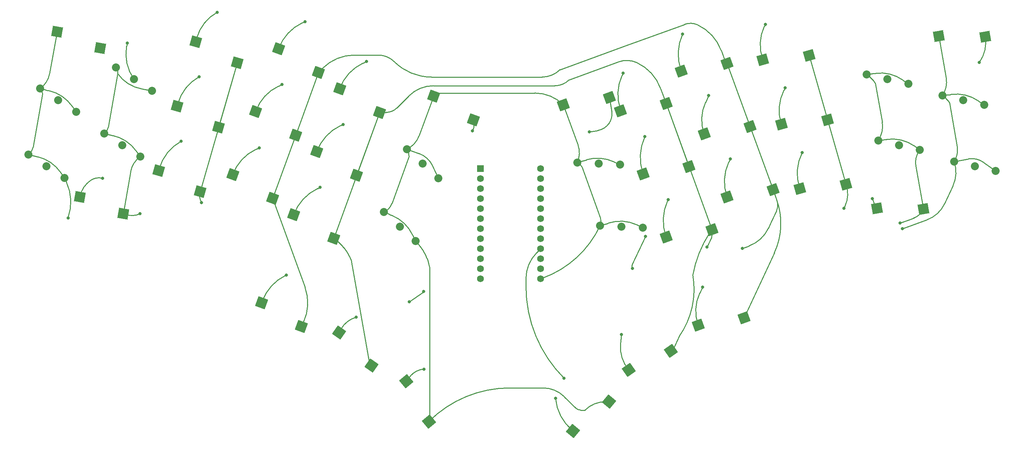
<source format=gbr>
%TF.GenerationSoftware,KiCad,Pcbnew,9.0.2*%
%TF.CreationDate,2025-06-13T21:11:18+02:00*%
%TF.ProjectId,quacken_pcb,71756163-6b65-46e5-9f70-63622e6b6963,v1.0.0*%
%TF.SameCoordinates,Original*%
%TF.FileFunction,Copper,L2,Bot*%
%TF.FilePolarity,Positive*%
%FSLAX46Y46*%
G04 Gerber Fmt 4.6, Leading zero omitted, Abs format (unit mm)*
G04 Created by KiCad (PCBNEW 9.0.2) date 2025-06-13 21:11:18*
%MOMM*%
%LPD*%
G01*
G04 APERTURE LIST*
G04 Aperture macros list*
%AMRotRect*
0 Rectangle, with rotation*
0 The origin of the aperture is its center*
0 $1 length*
0 $2 width*
0 $3 Rotation angle, in degrees counterclockwise*
0 Add horizontal line*
21,1,$1,$2,0,0,$3*%
G04 Aperture macros list end*
%TA.AperFunction,SMDPad,CuDef*%
%ADD10RotRect,2.600000X2.600000X200.000000*%
%TD*%
%TA.AperFunction,ComponentPad*%
%ADD11C,2.032000*%
%TD*%
%TA.AperFunction,SMDPad,CuDef*%
%ADD12RotRect,2.600000X2.600000X160.000000*%
%TD*%
%TA.AperFunction,SMDPad,CuDef*%
%ADD13RotRect,2.600000X2.600000X145.000000*%
%TD*%
%TA.AperFunction,SMDPad,CuDef*%
%ADD14RotRect,2.600000X2.600000X164.000000*%
%TD*%
%TA.AperFunction,SMDPad,CuDef*%
%ADD15RotRect,2.600000X2.600000X350.000000*%
%TD*%
%TA.AperFunction,ComponentPad*%
%ADD16R,1.752600X1.752600*%
%TD*%
%TA.AperFunction,ComponentPad*%
%ADD17C,1.752600*%
%TD*%
%TA.AperFunction,SMDPad,CuDef*%
%ADD18RotRect,2.600000X2.600000X230.000000*%
%TD*%
%TA.AperFunction,SMDPad,CuDef*%
%ADD19RotRect,2.600000X2.600000X190.000000*%
%TD*%
%TA.AperFunction,SMDPad,CuDef*%
%ADD20RotRect,2.600000X2.600000X170.000000*%
%TD*%
%TA.AperFunction,SMDPad,CuDef*%
%ADD21RotRect,2.600000X2.600000X20.000000*%
%TD*%
%TA.AperFunction,SMDPad,CuDef*%
%ADD22RotRect,2.600000X2.600000X130.000000*%
%TD*%
%TA.AperFunction,SMDPad,CuDef*%
%ADD23RotRect,2.600000X2.600000X215.000000*%
%TD*%
%TA.AperFunction,SMDPad,CuDef*%
%ADD24RotRect,2.600000X2.600000X196.000000*%
%TD*%
%TA.AperFunction,SMDPad,CuDef*%
%ADD25RotRect,2.600000X2.600000X10.000000*%
%TD*%
%TA.AperFunction,SMDPad,CuDef*%
%ADD26RotRect,2.600000X2.600000X340.000000*%
%TD*%
%TA.AperFunction,ViaPad*%
%ADD27C,0.800000*%
%TD*%
%TA.AperFunction,Conductor*%
%ADD28C,0.250000*%
%TD*%
G04 APERTURE END LIST*
D10*
%TO.P,S20,1*%
%TO.N,P7*%
X252677309Y-100588408D03*
%TO.P,S20,2*%
%TO.N,mirror_middle_top*%
X241071414Y-102471419D03*
%TD*%
%TO.P,S23,1*%
%TO.N,P8*%
X237216429Y-110738459D03*
%TO.P,S23,2*%
%TO.N,mirror_index_top*%
X225610534Y-112621470D03*
%TD*%
D11*
%TO.P,S27,1*%
%TO.N,P16*%
X94842790Y-118343623D03*
%TO.P,S27,2*%
%TO.N,pinky_home*%
X99402171Y-121279962D03*
%TO.P,S27,3*%
%TO.N,P16*%
X103961547Y-124216299D03*
%TD*%
D12*
%TO.P,S9,1*%
%TO.N,P8*%
X158789401Y-128953464D03*
%TO.P,S9,2*%
%TO.N,index_home*%
X148688396Y-122935808D03*
%TD*%
D13*
%TO.P,S12,1*%
%TO.N,P8*%
X162551742Y-177214653D03*
%TO.P,S12,2*%
%TO.N,comfy_default*%
X154352402Y-168787714D03*
%TD*%
D14*
%TO.P,S3,1*%
%TO.N,P14*%
X123821330Y-116690767D03*
%TO.P,S3,2*%
%TO.N,ring_home*%
X113325159Y-111392382D03*
%TD*%
D11*
%TO.P,S28,1*%
%TO.N,P16*%
X97794795Y-101601890D03*
%TO.P,S28,2*%
%TO.N,pinky_top*%
X102354176Y-104538229D03*
%TO.P,S28,3*%
%TO.N,P16*%
X106913552Y-107474566D03*
%TD*%
%TO.P,S37,1*%
%TO.N,P9*%
X231350707Y-142207455D03*
%TO.P,S37,2*%
%TO.N,mirror_inner_bottom*%
X225934003Y-141944201D03*
%TO.P,S37,3*%
%TO.N,P9*%
X220517295Y-141680950D03*
%TD*%
D15*
%TO.P,S39,1*%
%TO.N,P10*%
X82869727Y-92522249D03*
%TO.P,S39,2*%
%TO.N,outer_top*%
X93862228Y-96694462D03*
%TD*%
D16*
%TO.P,MCU1,1*%
%TO.N,RAW*%
X190212593Y-127246948D03*
D17*
%TO.P,MCU1,2*%
%TO.N,GND*%
X190212592Y-129786947D03*
%TO.P,MCU1,3*%
%TO.N,RST*%
X190212591Y-132326949D03*
%TO.P,MCU1,4*%
%TO.N,VCC*%
X190212591Y-134866948D03*
%TO.P,MCU1,5*%
%TO.N,P21*%
X190212589Y-137406947D03*
%TO.P,MCU1,6*%
%TO.N,P20*%
X190212594Y-139946948D03*
%TO.P,MCU1,7*%
%TO.N,P19*%
X190212594Y-142486947D03*
%TO.P,MCU1,8*%
%TO.N,P18*%
X190212591Y-145026950D03*
%TO.P,MCU1,9*%
%TO.N,P15*%
X190212592Y-147566950D03*
%TO.P,MCU1,10*%
%TO.N,P14*%
X190212591Y-150106948D03*
%TO.P,MCU1,11*%
%TO.N,P16*%
X190212591Y-152646949D03*
%TO.P,MCU1,12*%
%TO.N,P10*%
X190212591Y-155186949D03*
%TO.P,MCU1,13*%
%TO.N,P1*%
X205452593Y-127246947D03*
%TO.P,MCU1,14*%
%TO.N,P0*%
X205452593Y-129786947D03*
%TO.P,MCU1,15*%
%TO.N,GND*%
X205452593Y-132326948D03*
%TO.P,MCU1,16*%
X205452592Y-134866946D03*
%TO.P,MCU1,17*%
%TO.N,P2*%
X205452593Y-137406946D03*
%TO.P,MCU1,18*%
%TO.N,P3*%
X205452590Y-139946949D03*
%TO.P,MCU1,19*%
%TO.N,P4*%
X205452590Y-142486948D03*
%TO.P,MCU1,20*%
%TO.N,P5*%
X205452595Y-145026949D03*
%TO.P,MCU1,21*%
%TO.N,P6*%
X205452593Y-147566948D03*
%TO.P,MCU1,22*%
%TO.N,P7*%
X205452593Y-150106947D03*
%TO.P,MCU1,23*%
%TO.N,P8*%
X205452592Y-152646949D03*
%TO.P,MCU1,24*%
%TO.N,P9*%
X205452591Y-155186948D03*
%TD*%
D18*
%TO.P,S26,1*%
%TO.N,P9*%
X222778588Y-186366139D03*
%TO.P,S26,2*%
%TO.N,mirror_reachy_default*%
X213669092Y-193799821D03*
%TD*%
D12*
%TO.P,S7,1*%
%TO.N,P7*%
X149142870Y-102828628D03*
%TO.P,S7,2*%
%TO.N,middle_top*%
X139041865Y-96810972D03*
%TD*%
D11*
%TO.P,S30,1*%
%TO.N,P16*%
X288022306Y-103338371D03*
%TO.P,S30,2*%
%TO.N,mirror_pinky_top*%
X293311006Y-104538226D03*
%TO.P,S30,3*%
%TO.N,P16*%
X298599707Y-105738081D03*
%TD*%
D12*
%TO.P,S8,1*%
%TO.N,P8*%
X152975064Y-144928238D03*
%TO.P,S8,2*%
%TO.N,index_bottom*%
X142874059Y-138910582D03*
%TD*%
D10*
%TO.P,S22,1*%
%TO.N,P8*%
X243030764Y-126713230D03*
%TO.P,S22,2*%
%TO.N,mirror_index_home*%
X231424869Y-128596241D03*
%TD*%
D12*
%TO.P,S10,1*%
%TO.N,P8*%
X164603753Y-112978688D03*
%TO.P,S10,2*%
%TO.N,index_top*%
X154502748Y-106961032D03*
%TD*%
%TO.P,S11,1*%
%TO.N,P7*%
X144834993Y-167292913D03*
%TO.P,S11,2*%
%TO.N,tucky_default*%
X134733988Y-161275257D03*
%TD*%
D19*
%TO.P,S14,1*%
%TO.N,P16*%
X302448976Y-137502239D03*
%TO.P,S14,2*%
%TO.N,mirror_pinky_bottom*%
X290692417Y-137341300D03*
%TD*%
D11*
%TO.P,S32,1*%
%TO.N,P10*%
X87693654Y-112818248D03*
%TO.P,S32,2*%
%TO.N,outer_home*%
X83134273Y-109881909D03*
%TO.P,S32,3*%
%TO.N,P10*%
X78574897Y-106945572D03*
%TD*%
%TO.P,S33,1*%
%TO.N,P9*%
X173711409Y-145627670D03*
%TO.P,S33,2*%
%TO.N,inner_bottom*%
X169731187Y-141944212D03*
%TO.P,S33,3*%
%TO.N,P9*%
X165750967Y-138260760D03*
%TD*%
%TO.P,S35,1*%
%TO.N,P10*%
X320771642Y-127823503D03*
%TO.P,S35,2*%
%TO.N,mirror_outer_bottom*%
X315482942Y-126623648D03*
%TO.P,S35,3*%
%TO.N,P10*%
X310194241Y-125423793D03*
%TD*%
D20*
%TO.P,S1,1*%
%TO.N,P16*%
X99666712Y-138639635D03*
%TO.P,S1,2*%
%TO.N,pinky_bottom*%
X88674211Y-134467422D03*
%TD*%
D10*
%TO.P,S21,1*%
%TO.N,P8*%
X248845109Y-142688009D03*
%TO.P,S21,2*%
%TO.N,mirror_index_bottom*%
X237239214Y-144571020D03*
%TD*%
%TO.P,S18,1*%
%TO.N,P7*%
X264305994Y-132537955D03*
%TO.P,S18,2*%
%TO.N,mirror_middle_bottom*%
X252700099Y-134420966D03*
%TD*%
D11*
%TO.P,S34,1*%
%TO.N,P9*%
X179525749Y-129652888D03*
%TO.P,S34,2*%
%TO.N,inner_home*%
X175545527Y-125969430D03*
%TO.P,S34,3*%
%TO.N,P9*%
X171565307Y-122285978D03*
%TD*%
D10*
%TO.P,S24,1*%
%TO.N,P7*%
X256985193Y-165052689D03*
%TO.P,S24,2*%
%TO.N,mirror_tucky_default*%
X245379298Y-166935700D03*
%TD*%
D21*
%TO.P,S42,1*%
%TO.N,P9*%
X211210729Y-111067790D03*
%TO.P,S42,2*%
%TO.N,mirror_inner_top*%
X222816624Y-109184779D03*
%TD*%
D11*
%TO.P,S38,1*%
%TO.N,P9*%
X225536369Y-126232681D03*
%TO.P,S38,2*%
%TO.N,mirror_inner_home*%
X220119665Y-125969427D03*
%TO.P,S38,3*%
%TO.N,P9*%
X214702957Y-125706176D03*
%TD*%
D22*
%TO.P,S13,1*%
%TO.N,P9*%
X177096863Y-191383739D03*
%TO.P,S13,2*%
%TO.N,reachy_default*%
X171357966Y-181121789D03*
%TD*%
D14*
%TO.P,S4,1*%
%TO.N,P14*%
X128507178Y-100349329D03*
%TO.P,S4,2*%
%TO.N,ring_top*%
X118011007Y-95050944D03*
%TD*%
D23*
%TO.P,S25,1*%
%TO.N,P8*%
X238478895Y-173457721D03*
%TO.P,S25,2*%
%TO.N,mirror_comfy_default*%
X227755820Y-178280394D03*
%TD*%
D24*
%TO.P,S17,1*%
%TO.N,P14*%
X273454286Y-98543891D03*
%TO.P,S17,2*%
%TO.N,mirror_ring_top*%
X261745308Y-99612726D03*
%TD*%
D12*
%TO.P,S6,1*%
%TO.N,P7*%
X143328527Y-118803407D03*
%TO.P,S6,2*%
%TO.N,middle_home*%
X133227522Y-112785751D03*
%TD*%
D11*
%TO.P,S36,1*%
%TO.N,P10*%
X317819616Y-111081760D03*
%TO.P,S36,2*%
%TO.N,mirror_outer_home*%
X312530916Y-109881905D03*
%TO.P,S36,3*%
%TO.N,P10*%
X307242215Y-108682050D03*
%TD*%
%TO.P,S29,1*%
%TO.N,P16*%
X290974329Y-120080106D03*
%TO.P,S29,2*%
%TO.N,mirror_pinky_home*%
X296263029Y-121279961D03*
%TO.P,S29,3*%
%TO.N,P16*%
X301551730Y-122479816D03*
%TD*%
%TO.P,S31,1*%
%TO.N,P10*%
X84741630Y-129559977D03*
%TO.P,S31,2*%
%TO.N,outer_bottom*%
X80182249Y-126623638D03*
%TO.P,S31,3*%
%TO.N,P10*%
X75622873Y-123687301D03*
%TD*%
D24*
%TO.P,S15,1*%
%TO.N,P14*%
X282825960Y-131226789D03*
%TO.P,S15,2*%
%TO.N,mirror_ring_bottom*%
X271116982Y-132295624D03*
%TD*%
D12*
%TO.P,S5,1*%
%TO.N,P7*%
X137514189Y-134778182D03*
%TO.P,S5,2*%
%TO.N,middle_bottom*%
X127413184Y-128760526D03*
%TD*%
D24*
%TO.P,S16,1*%
%TO.N,P14*%
X278140117Y-114885345D03*
%TO.P,S16,2*%
%TO.N,mirror_ring_home*%
X266431139Y-115954180D03*
%TD*%
D25*
%TO.P,S41,1*%
%TO.N,P10*%
X306344972Y-93659638D03*
%TO.P,S41,2*%
%TO.N,mirror_outer_top*%
X318101531Y-93820577D03*
%TD*%
D26*
%TO.P,S40,1*%
%TO.N,P9*%
X178299481Y-108827557D03*
%TO.P,S40,2*%
%TO.N,inner_top*%
X188400486Y-114845213D03*
%TD*%
D10*
%TO.P,S19,1*%
%TO.N,P7*%
X258491653Y-116563168D03*
%TO.P,S19,2*%
%TO.N,mirror_middle_home*%
X246885758Y-118446179D03*
%TD*%
D14*
%TO.P,S2,1*%
%TO.N,P14*%
X119135501Y-133032220D03*
%TO.P,S2,2*%
%TO.N,ring_bottom*%
X108639330Y-127733835D03*
%TD*%
D27*
%TO.N,P15*%
X172167494Y-161037238D03*
X175797507Y-158417789D03*
%TO.N,P14*%
X282297825Y-137323248D03*
X119497074Y-135873400D03*
%TO.N,P16*%
X103912764Y-138693313D03*
X296476988Y-141048338D03*
%TO.N,P10*%
X85656544Y-139731953D03*
X297127178Y-142487123D03*
%TO.N,P5*%
X228675348Y-152545980D03*
X231974194Y-144415671D03*
%TO.N,P6*%
X211360976Y-180376806D03*
%TO.N,P7*%
X256592320Y-147449749D03*
%TO.N,P8*%
X247586764Y-147163382D03*
%TO.N,pinky_bottom*%
X94419698Y-129675712D03*
%TO.N,ring_bottom*%
X114301173Y-120316294D03*
%TO.N,ring_home*%
X118890888Y-103947282D03*
%TO.N,ring_top*%
X123480595Y-87578266D03*
%TO.N,middle_bottom*%
X134157408Y-121940831D03*
%TO.N,middle_home*%
X139877779Y-105931854D03*
%TO.N,middle_top*%
X145692124Y-89957076D03*
%TO.N,index_bottom*%
X149541427Y-132009692D03*
%TO.N,index_home*%
X155355767Y-116034919D03*
%TO.N,index_top*%
X161264066Y-100094345D03*
%TO.N,tucky_default*%
X140951509Y-154251771D03*
%TO.N,comfy_default*%
X158711782Y-164929608D03*
%TO.N,reachy_default*%
X175826559Y-178076625D03*
%TO.N,mirror_pinky_bottom*%
X289509591Y-134808208D03*
%TO.N,mirror_ring_bottom*%
X271721988Y-123191907D03*
%TO.N,mirror_ring_home*%
X267419754Y-106714928D03*
%TO.N,mirror_ring_top*%
X262360613Y-90625958D03*
%TO.N,mirror_middle_bottom*%
X253481080Y-124800237D03*
%TO.N,mirror_middle_home*%
X248034087Y-108716941D03*
%TO.N,mirror_middle_top*%
X241438118Y-93079872D03*
%TO.N,mirror_index_bottom*%
X237757956Y-135077674D03*
%TO.N,mirror_index_home*%
X231868441Y-119123504D03*
%TO.N,mirror_index_top*%
X226336008Y-103046133D03*
%TO.N,mirror_tucky_default*%
X246464780Y-157298099D03*
%TO.N,mirror_comfy_default*%
X225875887Y-169288604D03*
%TO.N,mirror_reachy_default*%
X209210225Y-185461266D03*
%TO.N,pinky_top*%
X100656344Y-95364742D03*
%TO.N,outer_top*%
X93862227Y-96694453D03*
%TO.N,inner_top*%
X188158308Y-117630350D03*
%TO.N,mirror_outer_top*%
X316607858Y-100313184D03*
%TO.N,mirror_inner_top*%
X217796976Y-117933310D03*
%TD*%
D28*
%TO.N,P15*%
X172167494Y-161037238D02*
X175708153Y-158558044D01*
%TO.N,P14*%
X128507177Y-100349328D02*
X119135502Y-133032215D01*
X282586841Y-136703449D02*
X282297825Y-137323248D01*
X273454283Y-98543898D02*
X278140124Y-114885347D01*
X273454283Y-98543898D02*
X282825951Y-131226800D01*
X119235010Y-135311408D02*
X119497074Y-135873400D01*
X128507177Y-100349328D02*
X123821340Y-116690765D01*
X282825957Y-131226788D02*
G75*
G02*
X282586854Y-136703455I-6730457J-2449712D01*
G01*
X119135502Y-133032223D02*
G75*
G03*
X119235008Y-135311409I2800998J-1019477D01*
G01*
%TO.N,P16*%
X300172013Y-121513731D02*
X301551736Y-122479819D01*
X95203413Y-118409602D02*
X95917830Y-118574542D01*
X288933747Y-104062288D02*
X289151384Y-104268315D01*
X289111500Y-103187690D02*
X289842926Y-103136540D01*
X289349980Y-104470077D02*
X289553577Y-104691642D01*
X102995445Y-122836563D02*
X103961545Y-124216295D01*
X292063519Y-119929423D02*
X292794941Y-119878277D01*
X290092632Y-105368229D02*
X290265112Y-105619004D01*
X98151181Y-102303597D02*
X98191623Y-102443707D01*
X96622637Y-118776636D02*
X96940384Y-118835350D01*
X289925499Y-105142494D02*
X290092632Y-105368229D01*
X289151384Y-104268315D02*
X289349980Y-104470077D01*
X292794941Y-119878277D02*
X293113602Y-119824767D01*
X98249781Y-102750429D02*
X98264861Y-102927591D01*
X98191623Y-102443707D02*
X98228471Y-102609974D01*
X291335771Y-120018778D02*
X292063519Y-119929423D01*
X300523405Y-126581810D02*
X302448982Y-137502240D01*
X98266476Y-103061112D02*
X98261541Y-103161232D01*
X98264861Y-102927591D02*
X98266476Y-103061112D01*
X299112603Y-140089055D02*
X299135154Y-140099573D01*
X289553577Y-104691642D02*
X289736974Y-104906057D01*
X98228471Y-102609974D02*
X98249781Y-102750429D01*
X288721058Y-103874326D02*
X288933747Y-104062288D01*
X98261541Y-103161232D02*
X95868328Y-116733845D01*
X95917830Y-118574542D02*
X96622637Y-118776636D01*
X288383755Y-103277043D02*
X289111500Y-103187690D01*
X297219990Y-104771998D02*
X298599709Y-105738082D01*
X296476988Y-141048338D02*
X299112603Y-140089055D01*
X290265112Y-105619004D02*
X291999557Y-115455561D01*
X289736974Y-104906057D02*
X289925499Y-105142494D01*
X299135154Y-140099573D02*
X300271153Y-139686101D01*
X289842926Y-103136540D02*
X290161579Y-103083037D01*
X99666710Y-138639631D02*
X101539581Y-128018009D01*
X104312098Y-107015858D02*
X106913550Y-107474569D01*
X101539581Y-128018009D02*
G75*
G02*
X103961522Y-124216263I5800119J-1022691D01*
G01*
X290468509Y-103041508D02*
G75*
G02*
X297219973Y-104772022I1090991J-9778992D01*
G01*
X96940384Y-118835350D02*
G75*
G02*
X102995461Y-122836552I-2024584J-9646050D01*
G01*
X95868328Y-116733845D02*
G75*
G02*
X94842783Y-118343621I-2455928J433045D01*
G01*
X301376308Y-122734667D02*
G75*
G03*
X300523398Y-126581811I4217492J-2953133D01*
G01*
X293113602Y-119824767D02*
G75*
G02*
X300172032Y-121513704I1396598J-9757133D01*
G01*
X291999557Y-115455561D02*
G75*
G02*
X290974344Y-120080125I-6094957J-1074739D01*
G01*
X98261541Y-103161232D02*
G75*
G03*
X104312100Y-107015849I7678259J5376432D01*
G01*
X302354001Y-137699750D02*
G75*
G02*
X299930326Y-139810143I-3933901J2070950D01*
G01*
X100253175Y-138853090D02*
G75*
G03*
X103912762Y-138693308I1636925J4497290D01*
G01*
X290468509Y-103041508D02*
X290161579Y-103083037D01*
%TO.N,P10*%
X307851208Y-109153261D02*
X308034669Y-109319005D01*
X309062839Y-108480219D02*
X309381501Y-108426710D01*
X317600770Y-125603237D02*
X320771638Y-127823504D01*
X79150732Y-108142508D02*
X79200404Y-108340972D01*
X83775527Y-128180240D02*
X84741632Y-129559978D01*
X75983496Y-123753288D02*
X76697914Y-123918224D01*
X297127178Y-142487123D02*
X303373605Y-140213610D01*
X79097806Y-107968643D02*
X79150732Y-108142508D01*
X84741630Y-129559981D02*
X85261058Y-130673889D01*
X307804781Y-136153188D02*
X309924231Y-131608010D01*
X86727554Y-111438508D02*
X87693651Y-112818244D01*
X307603665Y-108620714D02*
X308331411Y-108531363D01*
X79200404Y-108340972D02*
X76827975Y-121795661D01*
X309020513Y-110482563D02*
X311007905Y-121753603D01*
X78957960Y-107609877D02*
X79028954Y-107778934D01*
X308392605Y-109681061D02*
X308567165Y-109879279D01*
X78935522Y-107011550D02*
X79649944Y-107176496D01*
X308222892Y-109502380D02*
X308392605Y-109681061D01*
X80354749Y-107378591D02*
X80672492Y-107437297D01*
X308034669Y-109319005D02*
X308222892Y-109502380D01*
X306344976Y-93659636D02*
X308217857Y-104281256D01*
X82869731Y-92522246D02*
X80996849Y-103143874D01*
X308567165Y-109879279D02*
X308721997Y-110069593D01*
X308881788Y-110282075D02*
X309020513Y-110482563D01*
X308721997Y-110069593D02*
X308881788Y-110282075D01*
X76697914Y-123918224D02*
X77402727Y-124120316D01*
X316439896Y-110115670D02*
X317819621Y-111081766D01*
X308331411Y-108531363D02*
X309062839Y-108480219D01*
X79649944Y-107176496D02*
X80354749Y-107378591D01*
X310194243Y-125423783D02*
X313868778Y-124775861D01*
X79028954Y-107778934D02*
X79097806Y-107968643D01*
X77402727Y-124120316D02*
X77720471Y-124179035D01*
X78023092Y-124244975D02*
X77720471Y-124179035D01*
X78023092Y-124244975D02*
G75*
G02*
X83775534Y-128180235I-2319192J-9562125D01*
G01*
X85261058Y-130673889D02*
G75*
G02*
X85656545Y-139731953I-10736408J-5006431D01*
G01*
X80975105Y-107503255D02*
G75*
G02*
X86727549Y-111438512I-2319405J-9562445D01*
G01*
X313868778Y-124775861D02*
G75*
G02*
X317600755Y-125603258I867222J-4918639D01*
G01*
X311007905Y-121753603D02*
G75*
G02*
X310194230Y-125423774I-4837105J-852897D01*
G01*
X303373605Y-140213610D02*
G75*
G03*
X307804811Y-136153202I-2685805J7379210D01*
G01*
X80996849Y-103143874D02*
G75*
G02*
X78574887Y-106945563I-5799949J1022674D01*
G01*
X309381501Y-108426710D02*
G75*
G02*
X316439905Y-110115658I1396599J-9756990D01*
G01*
X309924231Y-131608010D02*
G75*
G03*
X310194219Y-125423801I-7330031J3418010D01*
G01*
X80975105Y-107503255D02*
X80672492Y-107437297D01*
X308217857Y-104281256D02*
G75*
G02*
X307242236Y-108682060I-5799957J-1022744D01*
G01*
X76827975Y-121795661D02*
G75*
G02*
X75622850Y-123687277I-2885875J508861D01*
G01*
%TO.N,P5*%
X231974194Y-144415671D02*
X228726220Y-151380987D01*
X228726220Y-151380987D02*
G75*
G03*
X228675343Y-152545982I1380880J-643913D01*
G01*
%TO.N,P6*%
X201720977Y-157103788D02*
X201720976Y-155146805D01*
X204442095Y-148577444D02*
X205452593Y-147566947D01*
X201720976Y-155146805D02*
G75*
G02*
X204442083Y-148577432I9290524J5D01*
G01*
X211360976Y-180376806D02*
G75*
G02*
X201720987Y-157103788I23273024J23273006D01*
G01*
%TO.N,P7*%
X177717187Y-104011984D02*
X205825537Y-104011983D01*
X158258764Y-98439743D02*
X164264602Y-98439741D01*
X252677307Y-100588400D02*
X264305994Y-132537949D01*
X264305994Y-132537955D02*
X265306980Y-135288139D01*
X137514184Y-134778168D02*
X145711357Y-157299717D01*
X258259796Y-146842838D02*
X256592320Y-147449749D01*
X143328530Y-118803405D02*
X137514184Y-134778180D01*
X265189169Y-137986440D02*
X263952301Y-140638914D01*
X149142873Y-102828623D02*
X150189265Y-101782237D01*
X263952301Y-140638914D02*
X263267628Y-142107194D01*
X252677307Y-100588400D02*
X258491641Y-116563172D01*
X252328452Y-100423122D02*
X251191490Y-97299352D01*
X149142871Y-102828633D02*
X143328530Y-118803405D01*
X263267628Y-142107194D02*
X263148096Y-142363537D01*
X241952180Y-90635195D02*
X226952587Y-96094597D01*
X226952587Y-96094597D02*
X210358766Y-102134257D01*
X264658931Y-148596300D02*
X256985191Y-165052687D01*
X245215481Y-90777672D02*
G75*
G03*
X241952168Y-90635163I-1803681J-3867928D01*
G01*
X164264602Y-98439741D02*
G75*
G02*
X168368764Y-100139744I-2J-5804159D01*
G01*
X145711357Y-157299717D02*
G75*
G02*
X145320500Y-166251731I-11001417J-4004203D01*
G01*
X263148096Y-142363537D02*
G75*
G02*
X258259789Y-146842818I-7851096J3661037D01*
G01*
X265306980Y-135288139D02*
G75*
G02*
X265189185Y-137986447I-3316080J-1206961D01*
G01*
X251191490Y-97299352D02*
G75*
G03*
X245215484Y-90777666I-10860390J-3952848D01*
G01*
X168368766Y-100139742D02*
G75*
G03*
X177717187Y-104011988I9348434J9348442D01*
G01*
X150189265Y-101782237D02*
G75*
G02*
X158258764Y-98439776I8069435J-8069463D01*
G01*
X205825537Y-104011983D02*
G75*
G03*
X210358754Y-102134245I-37J6410983D01*
G01*
X265247147Y-135123773D02*
G75*
G02*
X264658932Y-148596300I-16556847J-6026227D01*
G01*
%TO.N,P8*%
X157174718Y-149917059D02*
X157306676Y-150223512D01*
X155087968Y-146768038D02*
X155331149Y-147041353D01*
X157398805Y-150456240D02*
X161950670Y-176271174D01*
X156193025Y-148164943D02*
X156376745Y-148444225D01*
X154596818Y-146261703D02*
X154853942Y-146519477D01*
X225160775Y-100172218D02*
X212677511Y-104715756D01*
X156376745Y-148444225D02*
X156574289Y-148764328D01*
X209026869Y-106227898D02*
X178235604Y-106227902D01*
X154348188Y-146025989D02*
X154596818Y-146261703D01*
X237216429Y-110738459D02*
X235807844Y-106868393D01*
X169045605Y-111817898D02*
X169020796Y-111840713D01*
X155331149Y-147041353D02*
X155549528Y-147301653D01*
X154077910Y-145784106D02*
X154348188Y-146025989D01*
X157062678Y-149674849D02*
X157174718Y-149917059D01*
X155979730Y-147860953D02*
X156193025Y-148164943D01*
X156920263Y-149388055D02*
X157062678Y-149674849D01*
X155778062Y-147590280D02*
X155979730Y-147860953D01*
X172090018Y-108773485D02*
X169045605Y-111817898D01*
X156738533Y-149049621D02*
X156920263Y-149388055D01*
X154853942Y-146519477D02*
X155087968Y-146768038D01*
X155549528Y-147301653D02*
X155778062Y-147590280D01*
X157306676Y-150223512D02*
X157398805Y-150456240D01*
X248759520Y-144648404D02*
X247586764Y-147163382D01*
X239122234Y-172868221D02*
X240567864Y-169768045D01*
X237216426Y-110738446D02*
X248845105Y-142688011D01*
X164603747Y-112978684D02*
X152975074Y-144928238D01*
X156574289Y-148764328D02*
X156738533Y-149049621D01*
X237216426Y-110738446D02*
X243030771Y-126713224D01*
X164603747Y-112978684D02*
X158789409Y-128953459D01*
X166273482Y-112978687D02*
X164603756Y-112978690D01*
X153815632Y-145562219D02*
X154077910Y-145784106D01*
X248239196Y-143579248D02*
G75*
G03*
X244004889Y-154264615I24627304J-15940752D01*
G01*
X235807844Y-106868393D02*
G75*
G03*
X229859928Y-100377384I-10809344J-3934307D01*
G01*
X248845108Y-142688010D02*
G75*
G02*
X248759522Y-144648405I-2409108J-876890D01*
G01*
X212677511Y-104715756D02*
G75*
G02*
X209026869Y-106227875I-3650611J3650656D01*
G01*
X229859927Y-100377387D02*
G75*
G03*
X225160778Y-100172226I-2597227J-5569813D01*
G01*
X178235604Y-106227902D02*
G75*
G03*
X172090032Y-108773499I-4J-8691098D01*
G01*
X169020796Y-111840713D02*
G75*
G02*
X166273482Y-112978675I-2747296J2747313D01*
G01*
X244004892Y-154264616D02*
G75*
G02*
X240567866Y-169768047I-20432692J-3602884D01*
G01*
%TO.N,P9*%
X177225767Y-152053925D02*
X177266206Y-152276362D01*
X166094648Y-138388356D02*
X166769581Y-138674842D01*
X215467619Y-126236683D02*
X215582679Y-126362247D01*
X215886889Y-126823175D02*
X220600577Y-139773896D01*
X176759602Y-150378892D02*
X176866921Y-150691310D01*
X179812042Y-108067953D02*
X203968486Y-108067952D01*
X215362552Y-126135557D02*
X215467619Y-126236683D01*
X229824278Y-141495668D02*
X231350711Y-142207455D01*
X176981651Y-151059335D02*
X177067690Y-151368908D01*
X176866921Y-150691310D02*
X176981651Y-151059335D01*
X176347961Y-149374700D02*
X176499212Y-149715295D01*
X215841121Y-126733990D02*
X215886889Y-126823175D01*
X215772982Y-126619138D02*
X215841121Y-126733990D01*
X222275220Y-141166070D02*
X222579743Y-141058034D01*
X211210723Y-111067786D02*
X214899572Y-121202829D01*
X216460871Y-125191299D02*
X216765408Y-125083263D01*
X178104288Y-126604545D02*
X179525740Y-129652887D01*
X175502243Y-147833985D02*
X175683503Y-148124717D01*
X171813068Y-122903431D02*
X171880247Y-123126017D01*
X172040791Y-124011461D02*
X172054824Y-124223740D01*
X206030974Y-182856802D02*
X197682704Y-182856807D01*
X216700973Y-188486804D02*
X215604654Y-188486806D01*
X175300284Y-147529482D02*
X175502243Y-147833985D01*
X171980447Y-123564683D02*
X172014126Y-123776709D01*
X176499212Y-149715295D02*
X176626370Y-150025719D01*
X174884897Y-146956415D02*
X175102505Y-147248217D01*
X174210257Y-146147980D02*
X174438793Y-146407146D01*
X177067690Y-151368908D02*
X177163602Y-151759025D01*
X178299480Y-108827557D02*
X174610632Y-118962595D01*
X215048275Y-125583044D02*
X215749447Y-125368670D01*
X215671355Y-126473241D02*
X215772982Y-126619138D01*
X175869181Y-148441450D02*
X176033215Y-148740381D01*
X179572164Y-108106688D02*
X179708618Y-108080954D01*
X220862616Y-141557810D02*
X221563783Y-141343450D01*
X224009935Y-125520895D02*
X225536369Y-126232688D01*
X176033215Y-148740381D02*
X176201939Y-149069060D01*
X166769581Y-138674842D02*
X167428580Y-138996262D01*
X175683503Y-148124717D02*
X175869181Y-148441450D01*
X215749447Y-125368670D02*
X216460871Y-125191299D01*
X177266206Y-152276362D02*
X177266198Y-190974934D01*
X176626370Y-150025719D02*
X176759602Y-150378892D01*
X175102505Y-147248217D02*
X175300284Y-147529482D01*
X177163602Y-151759025D02*
X177225767Y-152053925D01*
X171933149Y-123335422D02*
X171980447Y-123564683D01*
X221563783Y-141343450D02*
X222275220Y-141166070D01*
X171565308Y-122285977D02*
X174594660Y-123388575D01*
X167428580Y-138996262D02*
X167731322Y-139109202D01*
X176201939Y-149069060D02*
X176347961Y-149374700D01*
X215582679Y-126362247D02*
X215671355Y-126473241D01*
X214300979Y-187946803D02*
X211459575Y-185105401D01*
X171880247Y-123126017D02*
X171933149Y-123335422D01*
X172014126Y-123776709D02*
X172040791Y-124011461D01*
X172999575Y-144101124D02*
X173711415Y-145627668D01*
X179708618Y-108080954D02*
X179812042Y-108067953D01*
X172054824Y-124223740D02*
X167733071Y-136097668D01*
X174438793Y-146407146D02*
X174671348Y-146685722D01*
X174671348Y-146685722D02*
X174884897Y-146956415D01*
X174610632Y-118962595D02*
G75*
G02*
X171565315Y-122285993I-5534432J2014395D01*
G01*
X167733071Y-136097668D02*
G75*
G02*
X165750958Y-138260721I-3602171J1311168D01*
G01*
X217060461Y-124989070D02*
G75*
G02*
X224009927Y-125520913I2772539J-9441330D01*
G01*
X214899572Y-121202829D02*
G75*
G02*
X214702981Y-125706186I-5534372J-2014371D01*
G01*
X217060461Y-124989070D02*
X216765408Y-125083263D01*
X221820719Y-186366136D02*
G75*
G03*
X216700953Y-188486784I-19J-7240464D01*
G01*
X174594660Y-123388575D02*
G75*
G02*
X178104281Y-126604548I-2127260J-5844525D01*
G01*
X220600577Y-139773896D02*
G75*
G02*
X220517305Y-141680944I-2343677J-853004D01*
G01*
X167731322Y-139109202D02*
G75*
G02*
X172999616Y-144101105I-3668722J-9147798D01*
G01*
X197682704Y-182856807D02*
G75*
G03*
X177096863Y-191383730I-4J-29112793D01*
G01*
X222579743Y-141058034D02*
G75*
G02*
X229824269Y-141495688I3069657J-9366166D01*
G01*
X205992577Y-154990411D02*
G75*
G03*
X220517299Y-141680941I-8803577J24187611D01*
G01*
X203968486Y-108067952D02*
G75*
G02*
X211210748Y-111067763I14J-10242148D01*
G01*
X211459575Y-185105401D02*
G75*
G03*
X206030974Y-182856819I-5428575J-5428599D01*
G01*
X215604654Y-188486806D02*
G75*
G02*
X214300994Y-187946788I46J1843706D01*
G01*
%TO.N,pinky_bottom*%
X94146025Y-129627457D02*
X94419698Y-129675712D01*
X88721252Y-134214782D02*
G75*
G02*
X91364791Y-130244027I6378748J-1381318D01*
G01*
X91364803Y-130244044D02*
G75*
G02*
X94146024Y-129627460I2134897J-3048956D01*
G01*
%TO.N,ring_bottom*%
X108773673Y-127265322D02*
G75*
G02*
X114301162Y-120316275I11152027J-3197778D01*
G01*
%TO.N,ring_home*%
X113526057Y-110691796D02*
G75*
G02*
X118890898Y-103947300I10823643J-3103604D01*
G01*
%TO.N,ring_top*%
X118278441Y-94118275D02*
G75*
G02*
X123480589Y-87578255I10495559J-3009525D01*
G01*
%TO.N,middle_bottom*%
X133292876Y-122343966D02*
X134157408Y-121940831D01*
X127413184Y-128760524D02*
G75*
G02*
X133292883Y-122343982I10685216J-3889076D01*
G01*
%TO.N,middle_home*%
X139004549Y-106339041D02*
X139877779Y-105931854D01*
X133317729Y-112545118D02*
G75*
G02*
X139004538Y-106339018I10334771J-3761482D01*
G01*
%TO.N,middle_top*%
X145046391Y-90258187D02*
X145692124Y-89957076D01*
X139041863Y-96810975D02*
G75*
G02*
X145046381Y-90258166I10912237J-3971725D01*
G01*
%TO.N,index_bottom*%
X148941004Y-132289673D02*
X149541427Y-132009692D01*
X142874062Y-138910576D02*
G75*
G02*
X148941004Y-132289674I11025638J-4013024D01*
G01*
%TO.N,index_home*%
X154755347Y-116314911D02*
X155355767Y-116034919D01*
X148688400Y-122935804D02*
G75*
G02*
X154755344Y-116314905I11025600J-4012996D01*
G01*
%TO.N,index_top*%
X160444862Y-100476354D02*
X161264066Y-100094345D01*
X154502746Y-106961032D02*
G75*
G02*
X160444872Y-100476375I10798754J-3930468D01*
G01*
%TO.N,tucky_default*%
X134877848Y-160879993D02*
G75*
G02*
X140951511Y-154251774I11037752J-4017407D01*
G01*
%TO.N,comfy_default*%
X154884182Y-167866638D02*
G75*
G02*
X158711787Y-164929627I5459118J-3151862D01*
G01*
%TO.N,reachy_default*%
X171357975Y-181121786D02*
X172429164Y-179845192D01*
X172429164Y-179845192D02*
G75*
G02*
X175826562Y-178076658I3833536J-3216808D01*
G01*
%TO.N,mirror_pinky_bottom*%
X290259672Y-136869042D02*
X289509591Y-134808208D01*
%TO.N,mirror_ring_bottom*%
X271027249Y-132019465D02*
G75*
G02*
X271721982Y-123191904I11003151J3575165D01*
G01*
%TO.N,mirror_ring_home*%
X267110527Y-107321832D02*
X267419754Y-106714928D01*
X266431142Y-115954179D02*
G75*
G02*
X267110530Y-107321833I10759858J3496079D01*
G01*
%TO.N,mirror_ring_top*%
X262114658Y-91153423D02*
X262360613Y-90625958D01*
X261745308Y-99612725D02*
G75*
G02*
X262114644Y-91153416I10395992J3783825D01*
G01*
%TO.N,mirror_middle_bottom*%
X253082853Y-125654229D02*
X253481080Y-124800237D01*
X252700103Y-134420962D02*
G75*
G02*
X253082844Y-125654225I10773697J3921362D01*
G01*
%TO.N,mirror_middle_home*%
X247235791Y-110428904D02*
X248034087Y-108716941D01*
X246885750Y-118446185D02*
G75*
G02*
X247235806Y-110428911I9852650J3586085D01*
G01*
%TO.N,mirror_middle_top*%
X241032707Y-102365076D02*
G75*
G02*
X241438119Y-93079872I11410943J4153226D01*
G01*
%TO.N,mirror_index_bottom*%
X237642930Y-135324319D02*
X237757956Y-135077674D01*
X237239216Y-144571019D02*
G75*
G02*
X237642931Y-135324320I11363684J4136019D01*
G01*
%TO.N,mirror_index_home*%
X231835365Y-119194458D02*
X231868441Y-119123504D01*
X231424869Y-128596251D02*
G75*
G02*
X231835368Y-119194459I11554181J4205381D01*
G01*
%TO.N,mirror_index_top*%
X226076045Y-103603629D02*
X226336008Y-103046133D01*
X225696831Y-112288917D02*
G75*
G02*
X226076028Y-103603621I10673669J3884917D01*
G01*
%TO.N,mirror_tucky_default*%
X245731421Y-158870806D02*
X246464780Y-157298099D01*
X245379295Y-166935704D02*
G75*
G02*
X245731417Y-158870804I9911205J3607404D01*
G01*
%TO.N,mirror_comfy_default*%
X225668421Y-171659982D02*
X225875887Y-169288604D01*
X227755831Y-178280403D02*
G75*
G02*
X225668427Y-171659983I6947769J5829903D01*
G01*
%TO.N,mirror_reachy_default*%
X213459419Y-193623884D02*
G75*
G02*
X209210237Y-185461265I7728481J9210484D01*
G01*
%TO.N,pinky_top*%
X100507546Y-96208620D02*
X100656344Y-95364742D01*
X102354177Y-104538229D02*
G75*
G02*
X100507516Y-96208615I9131423J6393929D01*
G01*
%TO.N,inner_top*%
X188483127Y-116737921D02*
X188158308Y-117630350D01*
X188400483Y-114845215D02*
G75*
G02*
X188483107Y-116737914I-2243383J-1046085D01*
G01*
%TO.N,mirror_outer_top*%
X316687304Y-100199713D02*
X316607858Y-100313184D01*
X318101533Y-93820578D02*
G75*
G02*
X316687295Y-100199706I-8407433J-1482422D01*
G01*
%TO.N,mirror_inner_top*%
X219985282Y-117547451D02*
X217796976Y-117933310D01*
X222790716Y-115732725D02*
X222749773Y-115786278D01*
X222816623Y-109184778D02*
X223448237Y-112766836D01*
X222749773Y-115786278D02*
G75*
G02*
X219985280Y-117547442I-3508173J2456478D01*
G01*
X223448237Y-112766836D02*
G75*
G02*
X222790731Y-115732736I-3908937J-689264D01*
G01*
%TD*%
M02*

</source>
